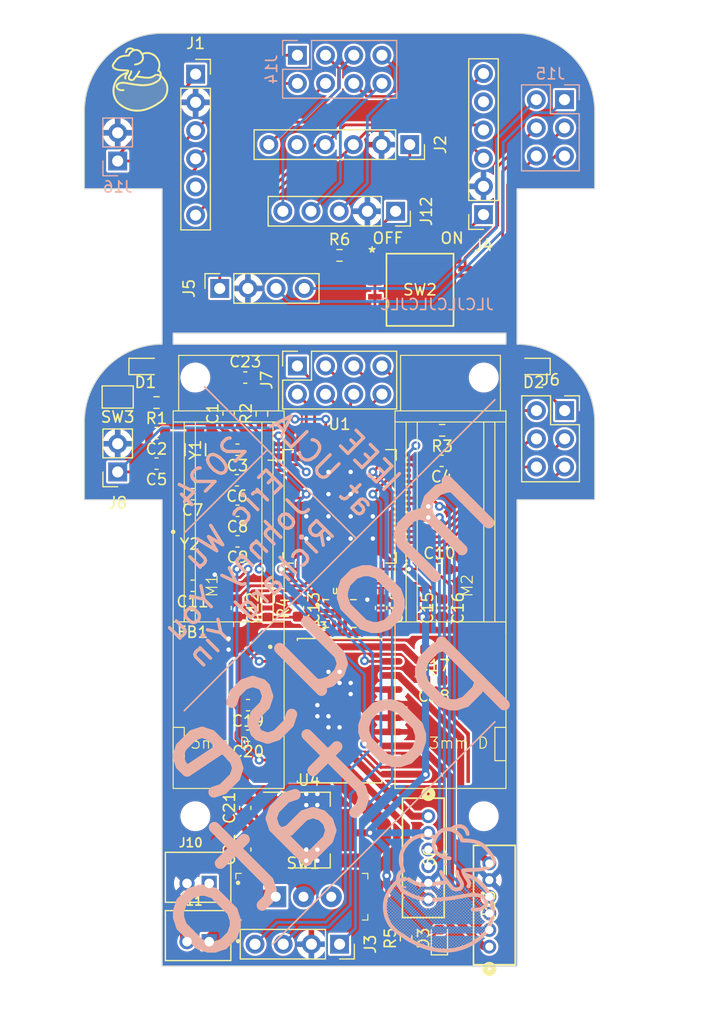
<source format=kicad_pcb>
(kicad_pcb (version 20221018) (generator pcbnew)
  (layers (0 "F.Cu" signal) (31 "B.Cu" signal) (34 "B.Paste" user) (35 "F.Paste" user) (36 "B.SilkS" user "B.Silkscreen") (37 "F.SilkS" user "F.Silkscreen") (38 "B.Mask" user) (39 "F.Mask" user) (44 "Edge.Cuts" user))
  (net 0 "")
  (net 1 "+BATT")
  (net 2 "GND")
  (net 3 "+3.3V")
  (net 4 "GND1")
  (net 5 "OSC_IN")
  (net 6 "OSC_OUT")
  (net 7 "Net-(U1-PC14)")
  (net 8 "Net-(U1-PC15)")
  (net 9 "+3.3VA")
  (net 10 "GNDA")
  (net 11 "Net-(U1-VCAP1)")
  (net 12 "Net-(D1-A)")
  (net 13 "Net-(D2-A)")
  (net 14 "Net-(D3-A)")
  (net 17 "ML2")
  (net 18 "EL2")
  (net 19 "EL1")
  (net 20 "ML1")
  (net 21 "MR2")
  (net 22 "ER2")
  (net 23 "ER1")
  (net 24 "MR1")
  (net 25 "/Breakout Board/+3.3V")
  (net 27 "Net-(J10-Pad1)")
  (net 28 "/Breakout Board/SHDN3")
  (net 29 "/Breakout Board/SCL")
  (net 30 "/Breakout Board/SDA")
  (net 31 "Net-(J11-Pad1)")
  (net 32 "GPIO2")
  (net 33 "/Breakout Board/SHDN1")
  (net 34 "/SDA")
  (net 35 "/SCL")
  (net 36 "/SHDN1")
  (net 37 "/SHDN2")
  (net 38 "/SHDN3")
  (net 39 "/Breakout Board/SHDN2")
  (net 40 "GPIO3")
  (net 41 "/Breakout Board/USART_RX")
  (net 42 "/Breakout Board/USART_TX")
  (net 43 "USART_RX")
  (net 44 "USART_TX")
  (net 45 "SWCLK")
  (net 46 "SWDIO")
  (net 47 "NRST")
  (net 48 "/Breakout Board/GPIO1")
  (net 49 "/Breakout Board/GPIO2")
  (net 50 "/Breakout Board/GPIO3")
  (net 51 "Net-(U1-BOOT0)")
  (net 52 "/LED1")
  (net 53 "/LED2")
  (net 55 "DEBUG4")
  (net 56 "DEBUG3")
  (net 57 "DEBUG2")
  (net 58 "DEBUG1")
  (net 59 "HL1")
  (net 60 "HR1")
  (net 61 "HL2")
  (net 62 "HR2")
  (net 66 "/IMU/SPI_SD0")
  (net 67 "/IMU/SPI_SDI")
  (net 73 "RCC_MCO_2")
  (net 74 "/Breakout Board/DEBUG1")
  (net 76 "GPIO1")
  (net 77 "SPI_CS_BYPASS")
  (net 78 "SPI_SCLK_BYPASS")
  (net 83 "/Breakout Board/DEBUG2")
  (net 84 "/Breakout Board/DEBUG3")
  (net 85 "/Breakout Board/DEBUG4")
  (net 87 "Net-(R6-Pad2)")
  (footprint "Capacitor_SMD:C_0603_1608Metric" (layer "F.Cu") (at 143.25 108.75 -90)
    (fp_text reference "C13")
    (fp_text value "10 nF")
  )
  (footprint "Capacitor_SMD:C_0603_1608Metric" (layer "F.Cu") (at 155.5 112.5 180)
    (fp_text reference "C17")
    (fp_text value "0.1 uF")
  )
  (footprint "Capacitor_SMD:C_0603_1608Metric" (layer "F.Cu") (at 138.5 126.75 90)
    (fp_text reference "C21")
    (fp_text value "22 uF")
  )
  (footprint "Package_TO_SOT_SMD:SOT-223-3_TabPin2" (layer "F.Cu") (at 144.25 128.75)
    (fp_text reference "U4")
    (fp_text value "AZ1117-3.3")
  )
  (footprint "Capacitor_SMD:C_0603_1608Metric" (layer "F.Cu") (at 138.5 88)
    (fp_text reference "C23")
    (fp_text value "0.1 uF")
  )
  (footprint "RH100_25_000_10_F_3030_EXT_TR:XTAL4P_RH100-25.000-10-F-3030-EXT-TR_RAL" (layer "F.Cu") (at 133.5 103)
    (fp_text reference "Y2")
    (fp_text value "25 MHz 10 pF")
  )
  (footprint "Connector_PinSocket_2.54mm:PinSocket_1x04_P2.54mm_Vertical" (layer "F.Cu") (at 147 139.025 -90)
    (fp_text reference "J3")
    (fp_text value "PINHD_1x4_Female")
  )
  (footprint "NetTie:NetTie-2_SMD_Pad0.5mm" (layer "F.Cu") (at 136.25 104.25 45)
    (fp_text reference "NT1" hide)
    (fp_text value "NetTie_2" hide)
  )
  (footprint "Capacitor_SMD:C_0603_1608Metric" (layer "F.Cu") (at 137.8 94.5 180)
    (fp_text reference "C3")
    (fp_text value "4.7 uF")
  )
  (footprint "Resistor_SMD:R_0603_1608Metric" (layer "F.Cu") (at 140 91.25 90)
    (fp_text reference "R2")
    (fp_text value "10k")
  )
  (footprint "custom:MM_Motor_Right" (layer "F.Cu") (at 157 105)
    (fp_text reference "M2")
    (fp_text value "Right")
  )
  (footprint "Capacitor_SMD:C_0603_1608Metric" (layer "F.Cu") (at 138.5 130.5 90)
    (fp_text reference "C22")
    (fp_text value "10 uF")
  )
  (footprint "digikey-footprints:Switch_Slide_11.6x4mm_EG1218" (layer "F.Cu") (at 141.25 134.75)
    (fp_text reference "SW1")
    (fp_text value "EG1218")
  )
  (footprint "Jumper:SolderJumper-2_P1.3mm_Open_Pad1.0x1.5mm" (layer "F.Cu") (at 127 89.75 180)
    (fp_text reference "SW3")
    (fp_text value "Push_Button")
  )
  (footprint "Connector_PinSocket_2.54mm:PinSocket_1x05_P2.54mm_Vertical" (layer "F.Cu") (at 152.05 73.025 -90)
    (fp_text reference "J12")
    (fp_text value "PINHD_1x5_Female")
  )
  (footprint "Capacitor_SMD:C_0603_1608Metric" (layer "F.Cu") (at 138.75 117.5 180)
    (fp_text reference "C19")
    (fp_text value "10 uF")
  )
  (footprint "Capacitor_SMD:C_0603_1608Metric" (layer "F.Cu") (at 156.25 108.75 -90)
    (fp_text reference "C16")
    (fp_text value "4.7 uF")
  )
  (footprint "Capacitor_SMD:C_0603_1608Metric" (layer "F.Cu") (at 133.75 98.5 180)
    (fp_text reference "C7")
    (fp_text value "0.1 uF")
  )
  (footprint "Connector_PinSocket_2.54mm:PinSocket_2x03_P2.54mm_Vertical" (layer "F.Cu") (at 167.29 90.975)
    (fp_text reference "J6")
    (fp_text value "PINHD_1x6_Female")
  )
  (footprint "Capacitor_SMD:C_0603_1608Metric" (layer "F.Cu") (at 137.8 102.75 180)
    (fp_text reference "C9")
    (fp_text value "0.1 uF")
  )
  (footprint "LOGO" (layer "F.Cu") (at 129 62)
    (fp_text reference "G***" hide)
    (fp_text value "LOGO" hide)
  )
  (footprint "Capacitor_SMD:C_0603_1608Metric" (layer "F.Cu") (at 137.75 97.25 180)
    (fp_text reference "C6")
    (fp_text value "18 pF")
  )
  (footprint "B2B_PH_K_S_LF__SN_:JST_B2B-PH-K-S_LF__SN_" (layer "F.Cu") (at 134.25 138.25)
    (fp_text reference "J11")
    (fp_text value "B2B-PH-K-S" hide)
  )
  (footprint "ICM-42688-P:PQFN50P300X250X97-14N" (layer "F.Cu") (at 147 109.25)
    (fp_text reference "U2")
    (fp_text value "ICM-42688-P")
  )
  (footprint "Capacitor_SMD:C_0603_1608Metric" (layer "F.Cu") (at 138.75 120.25 180)
    (fp_text reference "C20")
    (fp_text value "4.7 uF")
  )
  (footprint "custom:MM_Motor_Left" (layer "F.Cu") (at 137 105)
    (fp_text reference "M1")
    (fp_text value "Left")
  )
  (footprint "Capacitor_SMD:C_0603_1608Metric" (layer "F.Cu") (at 137.75 108.75 -90)
    (fp_text reference "C12")
    (fp_text value "0.1 uF")
  )
  (footprint "Capacitor_SMD:C_0603_1608Metric" (layer "F.Cu") (at 156.2 95.5 180)
    (fp_text reference "C4")
    (fp_text value "0.1 uF")
  )
  (footprint "B2B_PH_K_S_LF__SN_:JST_B2B-PH-K-S_LF__SN_" (layer "F.Cu") (at 134.25 133)
    (fp_text reference "J10")
    (fp_text value "B2B-PH-K-S" hide)
  )
  (footprint "Capacitor_SMD:C_0603_1608Metric" (layer "F.Cu") (at 153.5 108.75 -90)
    (fp_text reference "C15")
    (fp_text value "2.2 uF")
  )
  (footprint "Capacitor_SMD:C_0603_1608Metric" (layer "F.Cu") (at 156 105.25)
    (fp_text reference "C10")
    (fp_text value "0.1 uF")
  )
  (footprint "Capacitor_SMD:C_0603_1608Metric" (layer "F.Cu") (at 130.5 95.75 180)
    (fp_text reference "C5")
    (fp_text value "12 pF")
  )
  (footprint "Resistor_SMD:R_0603_1608Metric" (layer "F.Cu") (at 140.5 108.75 -90)
    (fp_text reference "R4")
    (fp_text value "10k")
  )
  (footprint "SC32S_7PF20PPM:XTAL_SC32S-7PF20PPM_EPS" (layer "F.Cu") (at 134 94.5 90)
    (fp_text reference "Y1")
    (fp_text value "32.768 kHz 7 pF")
  )
  (footprint "218-4LPST:218-4LPST" (layer "F.Cu") (at 154.25 80.095)
    (fp_text reference "SW2")
    (fp_text value "SW_DIP_x04")
  )
  (footprint "Capacitor_SMD:C_0603_1608Metric" (layer "F.Cu") (at 155.5 115.25 180)
    (fp_text reference "C18")
    (fp_text value "4.7 uF")
  )
  (footprint "Capacitor_SMD:C_0603_1608Metric" (layer "F.Cu") (at 150.75 108.75 -90)
    (fp_text reference "C14")
    (fp_text value "0.1 uF")
  )
  (footprint "Connector_PinSocket_2.54mm:PinSocket_2x04_P2.54mm_Vertical" (layer "F.Cu") (at 143.2 86.96 90)
    (fp_text reference "J7")
    (fp_text value "PINHD_1x8_Female")
  )
  (footprint "Capacitor_SMD:C_0603_1608Metric" (layer "F.Cu") (at 133.75 106.75 180)
    (fp_text reference "C11")
    (fp_text value "1 uF")
  )
  (footprint "Resistor_SMD:R_0603_1608Metric" (layer "F.Cu") (at 147 77)
    (fp_text reference "R6")
    (fp_text value "10k")
  )
  (footprint "Resistor_SMD:R_0603_1608Metric" (layer "F.Cu") (at 156.25 92.75 180)
    (fp_text reference "R3")
    (fp_text value "100 ohm")
  )
  (footprint "Package_QFP:LQFP-64_10x10mm_P0.5mm" (layer "F.Cu") (at 147 99.6)
    (fp_text reference "U1")
    (fp_text value "STM32F411RETx")
  )
  (footprint "Resistor_SMD:R_0603_1608Metric" (layer "F.Cu") (at 153 138.5 90)
    (fp_text reference "R5")
    (fp_text value "100 ohm")
  )
  (footprint "Connector_PinSocket_2.54mm:PinSocket_1x06_P2.54mm_Vertical" (layer "F.Cu") (at 134.025 60.675)
    (fp_text reference "J1")
    (fp_text value "PINHD_1x6_Female")
  )
  (footprint "LED_SMD:LED_0603_1608Metric" (layer "F.Cu") (at 156 138.5 90)
    (fp_text reference "D3")
    (fp_text value "2V 20mA")
  )
  (footprint "Connector_PinSocket_2.54mm:PinSocket_1x06_P2.54mm_Vertical" (layer "F.Cu") (at 153.325 67.025 -90)
    (fp_text reference "J2")
    (fp_text value "PINHD_1x6_Female")
  )
  (footprint "Capacitor_SMD:C_0603_1608Metric" (layer "F.Cu") (at 130.5 93 180)
    (fp_text reference "C2")
    (fp_text value "12 pF")
  )
  (footprint "Resistor_SMD:R_0603_1608Metric" (layer "F.Cu") (at 130.5 90.25)
    (fp_text reference "R1")
    (fp_text value "100 ohm")
  )
  (footprint "Connector_PinSocket_2.54mm:PinSocket_1x04_P2.54mm_Vertical" (layer "F.Cu") (at 136.2 79.975 90)
    (fp_text reference "J5")
    (fp_text value "PINHD_1x4_Female")
  )
  (footprint "B6B_ZR:CONN_B6B-ZR_JST" (layer "F.Cu") (at 160.5 139.25 90)
    (fp_text reference "J13")
    (fp_text value "B6B-ZR")
  )
  (footprint "LED_SMD:LED_0603_1608Metric" (layer "F.Cu") (at 129.5 87)
    (fp_text reference "D1")
    (fp_text value "2V 20mA")
  )
  (footprint "B6B_ZR:CONN_B6B-ZR_JST" (layer "F.Cu") (at 155 127.5 -90)
    (fp_text reference "J9")
    (fp_text value "B6B-ZR")
  )
  (footprint "Capacitor_SMD:C_0603_1608Metric" (layer "F.Cu") (at 137 91.25 90)
    (fp_text reference "C1")
    (fp_text value "0.1 uF")
  )
  (footprint "Inductor_SMD:L_0603_1608Metric" (layer "F.Cu") (at 133.75 109.5 180)
    (fp_text reference "FB1")
    (fp_text value "120 ohm")
  )
  (footprint "Connector_PinSocket_2.54mm:PinSocket_1x06_P2.54mm_Vertical" (layer "F.Cu") (at 159.975 73.325 180)
    (fp_text reference "J4")
    (fp_text value "PINHD_1x6_Female")
  )
  (footprint "LED_SMD:LED_0603_1608Metric" (layer "F.Cu") (at 164.5 87 180)
    (fp_text reference "D2")
    (fp_text value "2V 20mA")
  )
  (footprint "L293DD:SOIC127P1032X265-20N" (layer "F.Cu") (at 147 118)
    (fp_text reference "U3")
    (fp_text value "L293DD")
  )
  (footprint "Connector_PinSocket_2.54mm:PinSocket_1x02_P2.54mm_Vertical" (layer "F.Cu") (at 127 96.5 180)
    (fp_text reference "J8")
    (fp_text value "PINHD_1x2_Female")
  )
  (footprint "Capacitor_SMD:C_0603_1608Metric" (layer "F.Cu") (at 137.8 100 180)
    (fp_text reference "C8")
    (fp_text value " 18 pF")
  )
  (footprint "LOGO" (layer "B.Cu") (at 156.03905 135.670892 180)
    (fp_text reference "G***" hide)
    (fp_text value "LOGO" hide)
  )
  (footprint "Connector_PinHeader_2.54mm:PinHeader_2x03_P2.54mm_Vertical" (layer "B.Cu") (at 167.275 62.975001 180)
    (fp_text reference "J15")
    (fp_text value "PINHD_1x6_Male")
  )
  (footprint "NetTie:NetTie-2_SMD_Pad0.5mm" (layer "B.Cu") (at 135.5 130.5 45)
    (fp_text reference "NT2" hide)
    (fp_text value "NetTie_2" hide)
  )
  (footprint "Connector_PinHeader_2.54mm:PinHeader_2x04_P2.54mm_Vertical" (layer "B.Cu") (at 143.2 58.975001 -90)
    (fp_text reference "J14")
    (fp_text value "PINHD_1x8_Male")
  )
  (footprint "Connector_PinHeader_2.54mm:PinHeader_1x02_P2.54mm_Vertical" (layer "B.Cu") (at 127 68.5)
    (fp_text reference "J16")
    (fp_text value "PINHD_1x2_Male")
  )
  (gr_line (start 133 118) (end 149 102) (stroke (width 0.15)) (layer "B.SilkS"))
  (gr_line (start 148.5 102.5) (end 134 88) (stroke (width 0.15)) (layer "B.SilkS"))
  (gr_line (start 140.5 94.5) (end 133 102) (stroke (width 0.15)) (layer "B.SilkS"))
  (gr_line (start 148 103) (end 161 90) (stroke (width 0.15)) (layer "B.SilkS"))
  (gr_line (start 161 119) (end 141 139) (stroke (width 0.15)) (layer "B.SilkS"))
  (gr_arc (start 163.000001 57.000001) (mid 167.949748 59.050254) (end 170.000001 64.000001) (stroke (width 0.1)) (layer "Edge.Cuts"))
  (gr_line (start 130.999999 56.999999) (end 163.000001 57.000001) (stroke (width 0.1)) (layer "Edge.Cuts"))
  (gr_line (start 124 71.000001) (end 123.999999 63.999999) (stroke (width 0.1)) (layer "Edge.Cuts"))
  (gr_line (start 132 84) (end 132 84.999998) (stroke (width 0.1)) (layer "Edge.Cuts"))
  (gr_line (start 162 84) (end 132 84) (stroke (width 0.1)) (layer "Edge.Cuts"))
  (gr_arc (start 123.999998 91.999998) (mid 126.050251 87.050251) (end 130.999998 84.999998) (stroke (width 0.1)) (layer "Edge.Cuts"))
  (gr_line (start 163 85) (end 163 71.000001) (stroke (width 0.1)) (layer "Edge.Cuts"))
  (gr_line (start 124 99) (end 131 99) (stroke (width 0.1)) (layer "Edge.Cuts"))
  (gr_line (start 124 71.000001) (end 131 71.000001) (stroke (width 0.1)) (layer "Edge.Cuts"))
  (gr_line (start 131 141) (end 163 141) (stroke (width 0.1)) (layer "Edge.Cuts"))
  (gr_line (start 162 84) (end 162 85) (stroke (width 0.1)) (layer "Edge.Cuts"))
  (gr_line (start 131 141) (end 131 99) (stroke (width 0.1)) (layer "Edge.Cuts"))
  (gr_line (start 170 99) (end 170 92) (stroke (width 0.1)) (layer "Edge.Cuts"))
  (gr_line (start 170 71.000001) (end 170.000001 64.000001) (stroke (width 0.1)) (layer "Edge.Cuts"))
  (gr_line (start 131 71.000001) (end 130.999998 84.999998) (stroke (width 0.1)) (layer "Edge.Cuts"))
  (gr_line (start 170 99) (end 163 99) (stroke (width 0.1)) (layer "Edge.Cuts"))
  (gr_line (start 163 99) (end 163 141) (stroke (width 0.1)) (layer "Edge.Cuts"))
  (gr_line (start 124 99) (end 123.999998 91.999998) (stroke (width 0.1)) (layer "Edge.Cuts"))
  (gr_arc (start 163 85) (mid 167.949747 87.050253) (end 170 92) (stroke (width 0.1)) (layer "Edge.Cuts"))
  (gr_line (start 170 71.000001) (end 163 71.000001) (stroke (width 0.1)) (layer "Edge.Cuts"))
  (gr_arc (start 123.999999 63.999999) (mid 126.050252 59.050252) (end 130.999999 56.999999) (stroke (width 0.1)) (layer "Edge.Cuts"))
  (gr_line (start 132 84.999998) (end 162 85) (stroke (width 0.1)) (layer "Edge.Cuts"))
  (gr_text "2024" (at 139 94.5 45) (layer "B.SilkS") (effects (font (size 2 2) (thickness 0.3)) (justify left bottom mirror)))
  (gr_text " 🐭" (at 154 135) (layer "B.SilkS") (effects (font (size 1 1)) (justify left bottom mirror)))
  (gr_text "potato" (at 162.5 114.5 45) (layer "B.SilkS") (effects (font (size 8 8) (thickness 1)) (justify left bottom mirror)))
  (gr_text "JLCJLCJLCJLC" (at 161 82) (layer "B.SilkS") (effects (font (size 1 1)) (justify left bottom mirror)))
  (gr_text "mouse" (at 163 100 45) (layer "B.SilkS") (effects (font (size 8 8) (thickness 1)) (justify left bottom mirror)))
  (gr_text "🐁" (at 157 132) (layer "B.SilkS") (effects (font (size 1 1)) (justify left bottom mirror)))
  (gr_text "IEEE\nat UCLA" (at 149 101 315) (layer "B.SilkS") (effects (font (size 2 2) (thickness 0.3)) (justify left bottom mirror)))
  (gr_text "Eric Wu\nJohnny You\nRichard Yin" (at 147 102 45) (layer "B.SilkS") (effects (font (size 2 2) (thickness 0.3)) (justify left bottom mirror)))
  (segment (start 143.75 133.7) (end 143.75 134.75) (width 1.27) (layer "F.Cu") (net 1))
  (segment (start 140.0325 111.4675) (end 143.408622 111.4675) (width 0.635) (layer "F.Cu") (net 1))
  (segment (start 156.275 112.5) (end 155.2825 113.4925) (width 0.635) (layer "F.Cu") (net 1))
  (segment (start 152.785 112.285) (end 151.655 112.285) (width 0.635) (layer "F.Cu") (net 1))
  (segment (start 156.275 112.5) (end 156.275 115.25) (width 0.635) (layer "F.Cu") (net 1))
  (segment (start 141.1 131.05) (end 143.75 133.7) (width 1.27) (layer "F.Cu") (net 1))
  (segment (start 138 122.441554) (end 138 113.5) (width 0.635) (layer "F.Cu") (net 1))
  (segment (start 153.9925 113.4925) (end 152.785 112.285) (width 0.635) (layer "F.Cu") (net 1))
  (segment (start 142.345 123.715) (end 139.273446 123.715) (width 0.635) (layer "F.Cu") (net 1))
  (segment (start 144.191122 112.25) (end 151.62 112.25) (width 0.635) (layer "F.Cu") (net 1))
  (segment (start 146.990628 131.485) (end 149.293216 131.485) (width 1.27) (layer "F.Cu") (net 1))
  (segment (start 143.75 134.75) (end 143.75 134.725628) (width 1.27) (layer "F.Cu") (net 1))
  (segment (start 139.273446 123.715) (end 138 122.441554) (width 0.635) (layer "F.Cu") (net 1))
  (segment (start 149.293216 131.485) (end 151 129.778216) (width 1.27) (layer "F.Cu") (net 1))
  (segment (start 138.5 131.275) (end 140.875 131.275) (width 0.254) (layer "F.Cu") (net 1))
  (segment (start 146.45 123.715) (end 142.345 123.715) (width 1.27) (layer "F.Cu") (net 1))
  (segment (start 155.2825 113.4925) (end 153.9925 113.4925) (width 0.635) (layer "F.Cu") (net 1))
  (segment (start 151 128.265) (end 146.45 123.715) (width 1.27) (layer "F.Cu") (net 1))
  (segment (start 143.75 134.725628) (end 146.990628 131.485) (width 1.27) (layer "F.Cu") (net 1))
  (segment (start 143.408622 111.4675) (end 144.191122 112.25) (width 0.635) (layer "F.Cu") (net 1))
  (segment (start 138 113.5) (end 140.0325 111.4675) (width 0.635) (layer "F.Cu") (net 1))
  (segment (start 151.62 112.25) (end 151.655 112.285) (width 0.635) (layer "F.Cu") (net 1))
  (segment (start 151 129.778216) (end 151 128.265) (width 1.27) (layer "F.Cu") (net 1))
  (segment (start 147.5 110.165) (end 147.5 109.25296) (width 0.25) (layer "F.Cu") (net 2))
  (segment (start 145.835 109) (end 145.835 109.5) (width 0.25) (layer "F.Cu") (net 2))
  (segment (start 135.75 104.75) (end 135.896447 104.603553) (width 0.25) (layer "F.Cu") (net 2))
  (segment (start 132.6999 103.9525) (end 134.3001 102.3523) (width 0.25) (layer "F.Cu") (net 2))
  (segment (start 135.75 105.75) (end 135.75 104.75) (width 0.25) (layer "F.Cu") (net 2))
  (segment (start 147.75296 109) (end 148.165 109) (width 0.25) (layer "F.Cu") (net 2))
  (segment (start 147 110.165) (end 147 109.75296) (width 0.25) (layer "F.Cu") (net 2))
  (segment (start 145.835 109) (end 148.165 109) (width 0.25) (layer "F.Cu") (net 2))
  (segment (start 147 109.75296) (end 146.74704 109.5) (width 0.25) (layer "F.Cu") (net 2))
  (segment (start 148.165 109) (end 148.165 108.5) (width 0.25) (layer "F.Cu") (net 2))
  (segment (start 146.74704 109.5) (end 145.835 109.5) (width 0.25) (layer "F.Cu") (net 2))
  (segment (start 147.5 109.25296) (end 147.75296 109) (width 0.25) (layer "F.Cu") (net 2))
  (segment (start 147 110.165) (end 147.5 110.165) (width 0.25) (layer "F.Cu") (net 2))
  (via (at 145 130.5) (size 0.8) (drill 0.4) (layers "F.Cu" "B.Cu") (net 2))
  (via (at 144 130.5) (size 0.8) (drill 0.4) (layers "F.Cu" "B.Cu") (net 2))
  (via (at 145 131.5) (size 0.8) (drill 0.4) (layers "F.Cu" "B.Cu") (net 2))
  (via (at 146 102.5) (size 0.8) (drill 0.4) (layers "F.Cu" "B.Cu") (net 2))
  (via (at 135.75 105.75) (size 0.8) (drill 0.4) (layers "F.Cu" "B.Cu") (net 2))
  (via (at 144 100.5) (size 0.8) (drill 0.4) (layers "F.Cu" "B.Cu") (net 2))
  (via (at 146 100.5) (size 0.8) (drill 0.4) (layers "F.Cu" "B.Cu") (net 2))
  (via (at 146 98.5) (size 0.8) (drill 0.4) (layers "F.Cu" "B.Cu") (net 2))
  (via (at 148 102.5) (size 0.8) (drill 0.4) (layers "F.Cu" "B.Cu") (net 2))
  (via (at 148 100.5) (size 0.8) (drill 0.4) (layers "F.Cu" "B.Cu") (net 2))
  (via (at 145 126.5) (size 0.8) (drill 0.4) (layers "F.Cu" "B.Cu") (net 2))
  (via (at 144 131.5) (size 0.8) (drill 0.4) (layers "F.Cu" "B.Cu") (net 2))
  (via (at 145 125.5) (size 0.8) (drill 0.4) (layers "F.Cu" "B.Cu") (net 2))
  (via (at 149.5 108) (size 0.8) (drill 0.4) (layers "F.Cu" "B.Cu") (net 2))
  (via (at 148 96.5) (size 0.8) (drill 0.4) (layers "F.Cu" "B.Cu") (net 2))
  (via (at 137 111.5) (size 0.8) (drill 0.4) (layers "F.Cu" "B.Cu") (net 2))
  (via (at 144 102.5) (size 0.8) (drill 0.4) (layers "F.Cu" "B.Cu") (net 2))
  (via (at 150 102.5) (size 0.8) (drill 0.4) (layers "F.Cu" "B.Cu") (net 2))
  (via (at 137 112.5) (size 0.8) (drill 0.4) (layers "F.Cu" "B.Cu") (net 2))
  (via (at 150 100.5) (size 0.8) (drill 0.4) (layers "F.Cu" "B.Cu") (net 2))
  (via (at 148 98.5) (size 0.8) (drill 0.4) (layers "F.Cu" "B.Cu") (net 2))
  (via (at 146 96.5) (size 0.8) (drill 0.4) (layers "F.Cu" "B.Cu") (net 2))
  (via (at 144 125.5) (size 0.8) (drill 0.4) (layers "F.Cu" "B.Cu") (net 2))
  (via (at 144 126.5) (size 0.8) (drill 0.4) (layers "F.Cu" "B.Cu") (net 2))
  (segment (start 134.792893 131.207107) (end 133.25 132.75) (width 1.27) (layer "B.Cu") (net 2))
  (segment (start 133.25 132.75) (end 133.25 133.55) (width 1.27) (layer "B.Cu") (net 2))
  (segment (start 135.5 113) (end 136 112.5) (width 0.635) (layer "F.Cu") (net 3))
  (segment (start 138.575 93.825) (end 138.575 94.5) (width 0.25) (layer "F.Cu") (net 3))
  (segment (start 142.683886 112.285) (end 148.75 118.351114) (width 0.25) (layer "F.Cu") (net 3))
  (segment (start 132.975 106.75) (end 131.8 105.575) (width 0.25) (layer "F.Cu") (net 3))
  (segment (start 149.75 129) (end 147.65 129) (width 0.635) (layer "F.Cu") (net 3))
  (segment (start 131.8 101.25) (end 131.8 101) (width 0.25) (layer "F.Cu") (net 3))
  (segment (start 143.767764 106.75) (end 138.975 106.75) (width 0.25) (layer "F.Cu") (net 3))
  (segment (start 144 96.5) (end 143.35 95.85) (width 0.25) (layer "F.Cu") (net 3))
  (segment (start 140.5 109.575) (end 143.2 109.575) (width 0.25) (layer "F.Cu") (net 3))
  (segment (start 144.225 110.5) (end 143.25 109.525) (width 0.25) (layer "F.Cu") (net 3))
  (segment (start 131.8 105.575) (end 131.8 101.25) (width 0.25) (layer "F.Cu") (net 3))
  (segment (start 144.25 105.275) (end 144.25 106.267764) (width 0.25) (layer "F.Cu") (net 3))
  (segment (start 148.75 120.474695) (end 148.525 120.699695) (width 0.25) (layer "F.Cu") (net 3))
  (segment (start 148.525 121.55749) (end 150.68251 123.715) (width 0.25) (layer "F.Cu") (net 3))
  (segment (start 146.5 110.165) (end 146.5 110.46) (width 0.25) (layer "F.Cu") (net 3))
  (segment (start 153.520592 95.85) (end 152.675 95.85) (width 0.254) (layer "F.Cu") (net 3))
  (segment (start 138.5 127.525) (end 139.725 128.75) (width 0.635) (layer "F.Cu") (net 3))
  (segment (start 151.25 135.925) (end 153 137.675) (width 0.254) (layer "F.Cu") (net 3))
  (segment (start 138.5 127.525) (end 135.5 124.525) (width 0.635) (layer "F.Cu") (net 3))
  (segment (start 153.972592 96.302) (end 153.520592 95.85) (width 0.254) (layer "F.Cu") (net 3))
  (segment (start 139.975 94.5) (end 141.325 95.85) (width 0.25) (layer "F.Cu") (net 3))
  (segment (start 154.5 109.525) (end 153.5 109.525) (width 0.635) (layer "F.Cu") (net 3))
  (segment (start 138.575 94.5) (end 142.675 94.5) (width 0.25) (layer "F.Cu") (net 3))
  (segment (start 142.675 94.5) (end 143.25 93.925) (width 0.25) (layer "F.Cu") (net 3))
  (segment (start 152.675 95.3375) (end 153.88125 94.13125) (width 0.254) (layer "F.Cu") (net 3))
  (segment (start 131.8 99.623223) (end 128.676777 96.5) (width 0.25) (layer "F.Cu") (net 3))
  (segment (start 132.9625 110.4625) (end 132.9625 109.5) (width 0.635) (layer "F.Cu") (net 3))
  (segment (start 143.35 95.85) (end 141.325 95.85) (width 0.25) (layer "F.Cu") (net 3))
  (segment (start 140.5 109.575) (end 139.35 109.575) (width 0.25) (layer "F.Cu") (net 3))
  (segment (start 156.173 96.302) (end 153.972592 96.302) (width 0.254) (layer "F.Cu") (net 3))
  (segment (start 150.75 109.525) (end 150.275 110) (width 0.25) (layer "F.Cu") (net 3))
  (segment (start 151.25 132.861921) (end 151.25 135.925) (width 0.254) (layer "F.Cu") (net 3))
  (segment (start 146.5 110.46) (end 146.46 110.5) (width 0.25) (layer "F.Cu") (net 3))
  (segment (start 150.275 110) (end 148.165 110) (width 0.25) (layer "F.Cu") (net 3))
  (segment (start 138.975 106.75) (end 137.75 107.975) (width 0.25) (layer "F.Cu") (net 3))
  (segment (start 128.676777 96.5) (end 127 96.5) (width 0.25) (layer "F.Cu") (net 3))
  (segment (start 131.8 101) (end 134.3 98.5) (width 0.25) (layer "F.Cu") (net 3))
  (segment (start 148.525 120.699695) (end 148.525 121.55749) (width 0.25) (layer "F.Cu") (net 3))
  (segment (start 154.715 123.715) (end 154.75 123.75) (width 0.635) (layer "F.Cu") (net 3))
  (segment (start 137 92.25) (end 138.575 93.825) (width 0.25) (layer "F.Cu") (net 3))
  (segment (start 135.5 113) (end 132.9625 110.4625) (width 0.635) (layer "F.Cu") (net 3))
  (segment (start 131.8 101.25) (end 131.8 99.623223) (width 0.25) (layer "F.Cu") (net 3))
  (segment (start 139.725 128.75) (end 141.1 128.75) (width 0.635) (layer "F.Cu") (net 3))
  (segment (start 151.655 123.715) (end 154.715 123.715) (width 0.635) (layer "F.Cu") (net 3))
  (segment (start 138.575 94.5) (end 139.975 94.5) (width 0.25) (layer "F.Cu") (net 3))
  (segment (start 135.5 124.525) (end 135.5 113) (width 0.635) (layer "F.Cu") (net 3))
  (segment (start 139.35 109.575) (end 137.75 107.975) (width 0.25) (layer "F.Cu") (net 3))
  (segment (start 150.68251 123.715) (end 151.655 123.715) (width 0.25) (layer "F.Cu") (net 3))
  (segment (start 136 112.5) (end 136 109.725) (width 0.635) (layer "F.Cu") (net 3))
  (segment (start 153.5 109.525) (end 150.75 109.525) (width 0.25) (layer "F.Cu") (net 3))
  (segment (start 148.75 118.351114) (end 148.75 120.474695) (width 0.25) (layer "F.Cu") (net 3))
  (segment (start 141.1 128.75) (end 147.4 128.75) (width 1.27) (layer "F.Cu") (net 3))
  (segment (start 144.25 106.267764) (end 143.767764 106.75) (width 0.25) (layer "F.Cu") (net 3))
  (segment (start 153.25 105.25) (end 150.775 105.25) (width 0.25) (layer "F.Cu") (net 3))
  (segment (start 136 109.725) (end 137.75 107.975) (width 0.635) (layer "F.Cu") (net 3))
  (segment (start 132.9625 109.5) (end 132.9625 106.7625) (width 0.635) (layer "F.Cu") (net 3))
  (segment (start 146.46 110.5) (end 144.225 110.5) (width 0.25) (layer "F.Cu") (net 3))
  (segment (start 156.975 95.5) (end 156.173 96.302) (width 0.254) (layer "F.Cu") (net 3))
  (segment (start 155.225 105.25) (end 153.25 105.25) (width 0.25) (layer "F.Cu") (net 3))
  (segment (start 152.675 95.85) (end 152.675 95.3375) (width 0.254) (layer "F.Cu") (net 3))
  (via (at 154.5 109.525) (size 0.8) (drill 0.4) (layers "F.Cu" "B.Cu") (net 3))
  (via (at 151.25 132.861921) (size 0.8) (drill 0.4) (layers "F.Cu" "B.Cu") (net 3))
  (via (at 153.25 105.25) (size 0.8) (drill 0.4) (layers "F.Cu" "B.Cu") (net 3))
  (via (at 154.75 123.75) (size 0.8) (drill 0.4) (layers "F.Cu" "B.Cu") (net 3))
  (via (at 149.75 129) (size 0.8) (drill 0.4) (layers "F.Cu" "B.Cu") (net 3))
  (via (at 144 96.5) (size 0.8) (drill 0.4) (layers "F.Cu" "B.Cu") (net 3))
  (via (at 153.88125 94.13125) (size 0.8) (drill 0.4) (layers "F.Cu" "B.Cu") (net 3))
  (segment (start 130.975 92.525) (end 142.025 92.525) (width 0.25) (layer "B.Cu") (net 3))
  (segment (start 151.25 130.5) (end 151.25 132.861921) (width 0.635) (layer "B.Cu") (net 3))
  (segment (start 151.25 133.75) (end 155.25 137.75) (width 0.635) (layer "B.Cu") (net 3))
  (segment (start 149.75 129) (end 155 129) (width 0.635) (layer "B.Cu") (net 3))
  (segment (start 155.25 137.75) (end 160.5 137.75) (width 0.635) (layer "B.Cu") (net 3))
  (segment (start 151.25 130.5) (end 151.047187 130.297187) (width 0.254) (layer "B.Cu") (net 3))
  (segment (start 154.75 109.775) (end 154.5 109.525) (width 0.635) (layer "B.Cu") (net 3))
  (segment (start 142.025 92.525) (end 143 93.5) (width 0.25) (layer "B.Cu") (net 3))
  (segment (start 149.75 128.75) (end 154.75 123.75) (width 0.635) (layer "B.Cu") (net 3))
  (segment (start 143.487348 95.987348) (end 144 96.5) (width 0.25) (layer "B.Cu") (net 3))
  (segment (start 149.75 129) (end 149.75 128.75) (width 0.635) (layer "B.Cu") (net 3))
  (segment (start 127 96.5) (end 130.975 92.525) (width 0.25) (layer "B.Cu") (net 3))
  (segment (start 153.25 94.7625) (end 153.88125 94.13125) (width 0.25) (layer "B.Cu") (net 3))
  (segment (start 149.75 129) (end 151.25 130.5) (width 0.635) (layer "B.Cu") (net 3))
  (segment (start 143 93.5) (end 143 95.5) (width 0.25) (layer "B.Cu") (net 3))
  (segment (start 154.75 123.75) (end 154.75 111) (width 0.635) (layer "B.Cu") (net 3))
  (segment (start 153.25 105.25) (end 154.75 106.75) (width 0.635) (layer "B.Cu") (net 3))
  (segment (start 153.25 105.25) (end 153.25 94.7625) (width 0.25) (layer "B.Cu") (net 3))
  (segment (start 143 95.5) (end 143.487348 95.987348) (width 0.25) (layer "B.Cu") (net 3))
  (segment (start 151.25 132.861921) (end 151.25 133.75) (width 0.635) (layer "B.Cu") (net 3))
  (segment (start 154.75 111) (end 154.75 109.775) (width 0.635) (layer "B.Cu") (net 3))
  (segment (start 154.75 106.75) (end 154.75 111) (width 0.635) (layer "B.Cu") (net 3))
  (segment (start 151.655 116.095) (end 151.655 119.905) (width 0.635) (layer "F.Cu") (net 4))
  (segment (start 142.345 116.095) (end 142.345 119.905) (width 0.635) (layer "F.Cu") (net 4))
  (via (at 146 118.5) (size 0.8) (drill 0.4) (layers "F.Cu" "B.Cu") (net 4))
  (via (at 148 116.5) (size 0.8) (drill 0.4) (layers "F.Cu" "B.Cu") (net 4))
  (via (at 148 115.5) (size 0.8) (drill 0.4) (layers "F.Cu" "B.Cu") (net 4))
  (via (at 147 115.5) (size 0.8) (drill 0.4) (layers "F.Cu" "B.Cu") (net 4))
  (via (at 147 114.5) (size 0.8) (drill 0.4) (layers "F.Cu" "B.Cu") (net 4))
  (via (at 147 119.5) (size 0.8) (drill 0.4) (layers "F.Cu" "B.Cu") (net 4))
  (via (at 145 118.5) (size 0.8) (drill 0.4) (layers "F.Cu" "B.Cu") (net 4))
  (via (at 146 114.5) (size 0.8) (drill 0.4) (layers "F.Cu" "B.Cu") (net 4))
  (via (at 146 119.5) (size 0.8) (drill 0.4) (layers "F.Cu" "B.Cu") (net 4))
  (via (at 145 117.5) (size 0.8) (drill 0.4) (layers "F.Cu" "B.Cu") (net 4))
  (segment (start 145 118.5) (end 146 118.5) (width 1.27) (layer "B.Cu") (net 4))
  (segment (start 146 119.5) (end 145 118.5) (width 1.27) (layer "B.Cu") (net 4))
  (segment (start 146 120) (end 146 119.5) (width 1.27) (layer "B.Cu") (net 4))
  (segment (start 136.207107 129.792893) (end 146 120) (width 1.27) (layer "B.Cu") (net 4))
  (segment (start 138.525 97.25) (end 137.725 98.05) (width 0.25) (layer "F.Cu") (net 5))
  (segment (start 139.25 97.85) (end 137.925 97.85) (width 0.25) (layer "F.Cu") (net 5))
  (segment (start 141.325 97.85) (end 139.25 97.85) (width 0.25) (layer "F.Cu") (net 5))
  (segment (start 139.125 97.85) (end 138.525 97.25) (width 0.25) (layer "F.Cu") (net 5))
  (segment (start 139.25 97.85) (end 139.125 97.85) (width 0.25) (layer "F.Cu") (net 5))
  (segment (start 137.925 97.85) (end 137.725 98.05) (width 0.25) (layer "F.Cu") (net 5))
  (segment (start 137.725 98.05) (end 136.342026 98.05) (width 0.25) (layer "F.Cu") (net 5))
  (segment (start 136.342026 98.05) (end 132.807874 101.584152) (width 0.25) (layer "F.Cu") (net 5))
  (segment (start 139.32375 99.08125) (end 139.33125 99.08125) (width 0.25) (layer "F.Cu") (net 6))
  (segment (start 139.33125 99.08125) (end 138.575 99.8375) (width 0.25) (layer "F.Cu") (net 6))
  (segment (start 138.405 100) (end 137.9525 100.4525) (width 0.25) (layer "F.Cu") (net 6))
  (segment (start 137.9525 100.4525) (end 134.3001 104.1049) (width 0.25) (layer "F.Cu") (net 6))
  (segment (start 140.0625 98.35) (end 139.33125 99.08125) (width 0.25) (layer "F.Cu") (net 6))
  (segment (start 141.325 98.35) (end 140.0625 98.35) (width 0.25) (layer "F.Cu") (net 6))
  (segment (start 137.9525 100.4525) (end 139.32375 99.08125) (width 0.25) (layer "F.Cu") (net 6))
  (segment (start 140.19584 96.85) (end 139.29584 95.95) (width 0.25) (layer "F.Cu") (net 7))
  (segment (start 131.275 93) (end 133.9224 93) (width 0.25) (layer "F.Cu") (net 7))
  (segment (start 135.27513 93.27513) (end 134.541078 93.27513) (width 0.25) (layer "F.Cu") (net 7))
  (segment (start 135.5 95) (end 135.5 93.5) (width 0.25) (layer "F.Cu") (net 7))
  (segment (start 139.29584 95.95) (end 136.45 95.95) (width 0.25) (layer "F.Cu") (net 7))
  (segment (start 135.5 93.5) (end 135.27513 93.27513) (width 0.25) (layer "F.Cu") (net 7))
  (segment (start 136.45 95.95) (end 135.5 95) (width 0.25) (layer "F.Cu") (net 7))
  (segment (start 141.325 96.85) (end 140.19584 96.85) (width 0.25) (layer "F.Cu") (net 7))
  (segment (start 134.4776 96.4) (end 139.109444 96.4) (width 0.25) (layer "F.Cu") (net 8))
  (segment (start 134 95.9224) (end 134.4776 96.4) (width 0.25) (layer "F.Cu") (net 8))
  (segment (start 139.109444 96.4) (end 140.059444 97.35) (width 0.25) (layer "F.Cu") (net 8))
  (segment (start 140.059444 97.35) (end 141.325 97.35) (width 0.25) (layer "F.Cu") (net 8))
  (segment (start 131.275 95.75) (end 133.8276 95.75) (width 0.25) (layer "F.Cu") (net 8))
  (segment (start 139.475 101.85) (end 141.325 101.85) (width 0.25) (layer "F.Cu") (net 9))
  (segment (start 134.5375 109.4625) (end 136.5 107.5) (width 0.25) (layer "F.Cu") (net 9))
  (segment (start 136.5 104.74375) (end 138.49375 102.75) (width 0.25) (layer "F.Cu") (net 9))
  (segment (start 136.5 107.5) (end 136.5 104.74375) (width 0.25) (layer "F.Cu") (net 9))
  (segment (start 138.575 102.75) (end 139.475 101.85) (width 0.25) (layer "F.Cu") (net 9))
  (segment (start 138.65 101.35) (end 141.325 101.35) (width 0.25) (layer "F.Cu") (net 10))
  (segment (start 137.25 102.75) (end 138.65 101.35) (width 0.25) (layer "F.Cu") (net 10))
  (segment (start 137.025 102.75) (end 137.025 103.475) (width 0.25) (layer "F.Cu") (net 10))
  (segment (start 137.025 103.475) (end 136.603553 103.896447) (width 0.25) (layer "F.Cu") (net 10))
  (segment (start 150.157236 106.525) (end 149.75 106.117764) (width 0.25) (layer "F.Cu") (net 11))
  (segment (start 154.8 106.525) (end 150.157236 106.525) (width 0.25) (layer "F.Cu") (net 11))
  (segment (start 149.75 106.117764) (end 149.75 105.275) (width 0.25) (layer "F.Cu") (net 11))
  (segment (start 156.25 107.975) (end 154.8 106.525) (width 0.25) (layer "F.Cu") (net 11))
  (segment (start 130 87.2875) (end 130 89.7156) (width 0.25) (layer "F.Cu") (net 12))
  (segment (start 129.95 89.975) (end 129.675 90.25) (width 0.25) (layer "F.Cu") (net 12))
  (segment (start 129.95 89.7656) (end 129.95 89.975) (width 0.25) (layer "F.Cu") (net 12))
  (segment (start 130.2875 87) (end 130 87.2875) (width 0.25) (layer "F.Cu") (net 12))
  (segment (start 130 89.7156) (end 129.95 89.7656) (width 0.25) (layer "F.Cu") (net 12))
  (segment (start 157.075 92.75) (end 157.9625 92.75) (width 0.25) (layer "F.Cu") (net 13))
  (segment (start 157.9625 92.75) (end 163.7125 87) (width 0.25) (layer "F.Cu") (net 13))
  (segment (start 153 139.325) (end 154.3875 139.325) (width 0.254) (layer "F.Cu") (net 14))
  (segment (start 154.3875 139.325) (end 156 137.7125) (width 0.254) (layer "F.Cu") (net 14))
  (segment (start 143.8875 115.756378) (end 145.246632 115.756378) (width 0.635) (layer "F.Cu") (net 17))
  (segment (start 153.558878 127.5) (end 155 127.5) (width 0.635) (layer "F.Cu") (net 17))
  (segment (start 148.1075 118.617246) (end 148.1075 120.208563) (width 0.635) (layer "F.Cu") (net 17))
  (segment (start 147.8825 121.823622) (end 153.558878 127.5) (width 0.635) (layer "F.Cu") (net 17))
  (segment (start 142.956122 114.825) (end 143.8875 115.756378) (width 0.635) (layer "F.Cu") (net 17))
  (segment (start 142.345 114.825) (end 142.956122 114.825) (width 0.635) (layer "F.Cu") (net 17))
  (segment (start 147.8825 120.433563) (end 147.8825 121.823622) (width 0.635) (layer "F.Cu") (net 17))
  (segment (start 145.246632 115.756378) (end 148.1075 118.617246) (width 0.635) (layer "F.Cu") (net 17))
  (segment (start 148.1075 120.208563) (end 147.8825 120.433563) (width 0.635) (layer "F.Cu") (net 17))
  (segment (start 155.000622 100.599502) (end 154.750124 100.85) (width 0.25) (layer "F.Cu") (net 18))
  (segment (start 154.750124 100.85) (end 152.675 100.85) (width 0.25) (layer "F.Cu") (net 18))
  (via (at 155.000622 100.599502) (size 0.8) (drill 0.4) (layers "F.Cu" "B.Cu") (net 18))
  (segment (start 156 129.499999) (end 155 130.499999) (width 0.25) (layer "B.Cu") (net 18))
  (segment (start 155.000622 100.775927) (end 156 101.775305) (width 0.25) (layer "B.Cu") (net 18))
  (segment (start 156 101.775305) (end 156 129.499999) (width 0.25) (layer "B.Cu") (net 18))
  (segment (start 155.000622 100.599502) (end 155.000622 100.775927) (width 0.25) (layer "B.Cu") (net 18))
  (segment (start 152.675 101.35) (end 155.275429 101.35) (width 0.25) (layer "F.Cu") (net 19))
  (segment (start 156 100.625429) (end 156 100.599503) (width 0.25) (layer "F.Cu") (net 19))
  (segment (start 155.275429 101.35) (end 156 100.625429) (width 0.25) (layer "F.Cu") (net 19))
  (via (at 156 100.599503) (size 0.8) (drill 0.4) (layers "F.Cu" "B.Cu") (net 19))
  (segment (start 156.45 101.049503) (end 156.45 130.550001) (width 0.25) (layer "B.Cu") (net 19))
  (segment (start 156.45 130.550001) (end 155 132.000001) (width 0.25) (layer "B.Cu") (net 19))
  (segment (start 156 100.599503) (end 156.45 101.049503) (width 0.25) (layer "B.Cu") (net 19))
  (segment (start 153.0252 133.137122) (end 153.0252 128.428134) (width 0.635) (layer "F.Cu") (net 20))
  (segment (start 154.888078 135) (end 153.0252 133.137122) (width 0.635) (layer "F.Cu") (net 20))
  (segment (start 153.0252 128.428134) (end 145.772066 121.175) (width 0.635) (layer "F.Cu") (net 20))
  (segment (start 145.772066 121.175) (end 142.345 121.175) (width 0.635) (layer "F.Cu") (net 20))
  (segment (start 157 123.952459) (end 157 136.25) (width 0.635) (layer "F.Cu") (net 21))
  (segment (start 151.655 121.175) (end 154.222541 121.175) (width 0.635) (layer "F.Cu") (net 21))
  (segment (start 160 139.25) (end 160.5 139.25) (width 0.635) (layer "F.Cu") (net 21))
  (segment (start 157 136.25) (end 160 139.25) (width 0.635) (layer "F.Cu") (net 21))
  (segment (start 154.222541 121.175) (end 157 123.952459) (width 0.635) (layer "F.Cu") (net 21))
  (segment (start 152.675 98.85) (end 155.275305 98.85) (width 0.25) (layer "F.Cu") (net 22))
  (segment (start 155.275305 98.85) (end 156 99.574695) (width 0.25) (layer "F.Cu") (net 22))
  (via (at 156 99.6) (size 0.8) (drill 0.4) (layers "F.Cu" "B.Cu") (net 22))
  (segment (start 156 99.6) (end 156.409414 99.6) (width 0.25) (layer "B.Cu") (net 22))
  (segment (start 156.409414 99.6) (end 156.9 100.090586) (width 0.25) (layer "B.Cu") (net 22))
  (segment (start 156.9 132.650001) (end 160.5 136.250001) (width 0.25) (layer "B.Cu") (net 22))
  (segment (start 156.9 100.090586) (end 156.9 132.650001) (width 0.25) (layer "B.Cu") (net 22))
  (segment (start 154.75 99.35) (end 155 99.6) (width 0.25) (layer "F.Cu") (net 23))
  (segment (start 152.675 99.35) (end 154.75 99.35) (width 0.25) (layer "F.Cu") (net 23))
  (segment (start 155 99.6) (end 154.85 99.6) (width 0.25) (layer "F.Cu") (net 23))
  (segment (start 154.85 99.6) (end 154.75 99.5) (width 0.25) (layer "F.Cu") (net 23))
  (via (at 155 99.6) (size 0.8) (drill 0.4) (layers "F.Cu" "B.Cu") (net 23))
  (segment (start 157.35 131.599999) (end 160.5 134.749999) (width 0.25) (layer "B.Cu") (net 23))
  (segment (start 157.35 99.90419) (end 157.35 131.599999) (width 0.25) (layer "B.Cu") (net 23))
  (segment (start 155 99.4) (end 155.525 98.875) (width 0.25) (layer "B.Cu") (net 23))
  (segment (start 155.525 98.875) (end 156.32081 98.875) (width 0.25) (layer "B.Cu") (net 23))
  (segment (start 156.32081 98.875) (end 157.35 99.90419) (width 0.25) (layer "B.Cu") (net 23))
  (segment (start 155 99.6) (end 155 99.4) (width 0.25) (layer "B.Cu") (net 23))
  (segment (start 151.655 114.825) (end 152.325 114.825) (width 0.635) (layer "F.Cu") (net 24))
  (segment (start 152.325 114.825) (end 157.92 120.42) (width 0.635) (layer "F.Cu") (net 24))
  (segment (start 157.92 129.17) (end 160.5 131.75) (width 0.635) (layer "F.Cu") (net 24))
  (segment (start 157.92 120.42) (end 157.92 129.17) (width 0.635) (layer "F.Cu") (net 24))
  (segment (start 144.25 75.5) (end 144.75 75.5) (width 0.25) (layer "F.Cu") (net 25))
  (segment (start 152.05 73.025) (end 149.575 75.5) (width 0.25) (layer "F.Cu") (net 25))
  (segment (start 127 68.5) (end 130.75 68.5) (width 0.25) (layer "F.Cu") (net 25))
  (segment (start 133.215507 75.5) (end 142 75.5) (width 0.25) (layer "F.Cu") (net 25))
  (segment (start 136.2 79.975) (end 136.2 78.484494) (width 0.25) (layer "F.Cu") (net 25))
  (segment (start 134.025 60.975) (end 134.025 60.675) (width 0.25) (layer "F.Cu") (net 25))
  (segment (start 144.25 75.5) (end 145.75 77) (width 0.25) (layer "F.Cu") (net 25))
  (segment (start 142 75.5) (end 144.25 75.5) (width 0.25) (layer "F.Cu") (net 25))
  (segment (start 152 75.5) (end 157.8 75.5) (width 0.25) (layer "F.Cu") (net 25))
  (segment (start 130.75 68.5) (end 131.95 69.7) (width 0.25) (layer "F.Cu") (net 25))
  (segment (start 136.2 78.484494) (end 132.982753 75.267247) (width 0.25) (layer "F.Cu") (net 25))
  (segment (start 145.872 75.5) (end 142 75.5) (width 0.25) (layer "F.Cu") (net 25))
  (segment (start 132.982753 75.267247) (end 133.215507 75.5) (width 0.25) (layer "F.Cu") (net 25))
  (segment (start 127 68) (end 134.025 60.975) (width 0.25) (layer "F.Cu") (net 25))
  (segment (start 127 68.5) (end 127 68) (width 0.25) (layer "F.Cu") (net 25))
  (segment (start 145.75 77) (end 146.175 77) (width 0.25) (layer "F.Cu") (net 25))
  (segment (start 131.95 74.234493) (end 133.357753 75.642247) (width 0.25) (layer "F.Cu") (net 25))
  (segment (start 153.325 67.025) (end 153.325 74.175) (width 0.25) (layer "F.Cu") (net 25))
  (segment (start 157.8 75.5) (end 159.975 73.325) (width 0.25) (layer "F.Cu") (net 25))
  (segment (start 153.325 74.175) (end 152 75.5) (width 0.25) (layer "F.Cu") (net 25))
  (segment (start 131.95 69.7) (end 131.95 74.234493) (width 0.25) (layer "F.Cu") (net 25))
  (segment (start 144.75 75.5) (end 152 75.5) (width 0.25) (layer "F.Cu") (net 25))
  (segment (start 149.575 75.5) (end 144.75 75.5) (width 0.25) (layer "F.Cu") (net 25))
  (segment (start 135.25 133.55) (end 135.25 135.762) (width 1.27) (layer "F.Cu") (net 27))
  (segment (start 135.25 135.762) (end 133.25 137.762) (width 1.27) (layer "F.Cu") (net 27))
  (segment (start 133.25 137.762) (end 133.25 138.8) (width 1.27) (layer "F.Cu") (net 27))
  (segment (start 157.909999 62.690001) (end 159.975 60.625) (width 0.25) (layer "F.Cu") (net 28))
  (segment (start 149.455 62.690001) (end 157.909999 62.690001) (width 0.25) (layer "F.Cu") (net 28))
  (segment (start 148.28 61.515001) (end 149.455 62.690001) (width 0.25) (layer "F.Cu") (net 28))
  (segment (start 140.804999 58.975001) (end 134.025 65.755) (width 0.25) (layer "F.Cu") (net 29))
  (segment (start 133.351903 75) (end 137.57 75) (width 0.25) (layer "F.Cu") (net 29))
  (segment (start 132.4 74.048097) (end 133.351903 75) (width 0.25) (layer "F.Cu") (net 29))
  (segment (start 147.07 68.2) (end 148.245 67.025) (width 0.25) (layer "F.Cu") (net 29))
  (segment (start 157.48 65.75) (end 159.975 68.245) (width 0.25) (layer "F.Cu") (net 29))
  (segment (start 143.2 58.975001) (end 140.804999 58.975001) (width 0.25) (layer "F.Cu") (net 29))
  (segment (start 149.52 65.75) (end 157.48 65.75) (width 0.25) (layer "F.Cu") (net 29))
  (segment (start 134.025 65.755) (end 132.4 67.38) (width 0.25) (layer "F.Cu") (net 29))
  (segment (start 148.245 67.025) (end 149.52 65.75) (width 0.25) (layer "F.Cu") (net 29))
  (segment (start 144.37 68.2) (end 147.07 68.2) (width 0.25) (layer "F.Cu") (net 29))
  (segment (start 137.57 75) (end 144.37 68.2) (width 0.25) (layer "F.Cu") (net 29))
  (segment (start 132.4 67.38) (end 132.4 74.048097) (width 0.25) (layer "F.Cu") (net 29))
  (segment (start 143.2 61.515001) (end 140.804999 61.515001) (width 0.25) (layer "F.Cu") (net 30))
  (segment (start 137.315 74.55) (end 144.84 67.025) (width 0.25) (layer "F.Cu") (net 30))
  (segment (start 140.804999 61.515001) (end 134.025 68.295) (width 0.25) (layer "F.Cu") (net 30))
  (segment (start 134.025 68.295) (end 134.025 69.173299) (width 0.25) (layer "F.Cu") (net 30))
  (segment (start 134.025 69.173299) (end 132.85 70.348299) (width 0.25) (layer "F.Cu") (net 30))
  (segment (start 144.84 67.025) (end 145.705 67.025) (width 0.25) (layer "F.Cu") (net 30))
  (segment (start 132.85 70.348299) (end 132.85 73.861701) (width 0.25) (layer "F.Cu") (net 30))
  (segment (start 159.52 65.25) (end 159.975 65.705) (width 0.25) (layer "F.Cu") (net 30))
  (segment (start 133.538299 74.55) (end 137.315 74.55) (width 0.25) (layer "F.Cu") (net 30))
  (segment (start 145.705 67.025) (end 147.48 65.25) (width 0.25) (layer "F.Cu") (net 30))
  (segment (start 147.48 65.25) (end 159.52 65.25) (width 0.25) (layer "F.Cu") (net 30))
  (segment (start 132.85 73.861701) (end 133.538299 74.55) (width 0.25) (layer "F.Cu") (net 30))
  (segment (start 135.25 138.8) (end 139.3 134.75) (width 1.27) (layer "F.Cu") (net 31))
  (segment (start 139.3 134.75) (end 141.25 134.75) (width 1.27) (layer "F.Cu") (net 31))
  (segment (start 149.5 90.82) (end 150.82 89.5) (width 0.25) (layer "F.Cu") (net 32))
  (segment (start 149.25 93.925) (end 149.25 92.779722) (width 0.25) (layer "F.Cu") (net 32))
  (segment (start 149.25 92.779722) (end 149.5 92.529722) (width 0.25) (layer "F.Cu") (net 32))
  (segment (start 149.5 92.529722) (end 149.5 90.82) (width 0.25) (layer "F.Cu") (net 32))
  (segment (start 142.309999 62.690001) (end 135.2 69.8) (width 0.25) (layer "F.Cu") (net 33))
  (segment (start 145.74 61.515001) (end 144.565 62.690001) (width 0.25) (layer "F.Cu") (net 33))
  (segment (start 135.2 72.2) (end 134.025 73.375) (width 0.25) (layer "F.Cu") (net 33))
  (segment (start 135.2 69.8) (end 135.2 72.2) (width 0.25) (layer "F.Cu") (net 33))
  (segment (start 144.565 62.690001) (end 142.309999 62.690001) (width 0.25) (layer "F.Cu") (net 33))
  (segment (start 144.25 93.925) (end 144.25 93.082236) (width 0.25) (layer "F.Cu") (net 34))
  (segment (start 144 90.3) (end 143.2 89.5) (width 0.25) (layer "F.Cu") (net 34))
  (segment (start 144.25 93.082236) (end 144 92.832236) (width 0.25) (layer "F.Cu") (net 34))
  (segment (start 144 92.832236) (end 144 90.3) (width 0.25) (layer "F.Cu") (net 34))
  (segment (start 144.375 88.135) (end 143.2 86.96) (width 0.25) (layer "F.Cu") (net 35))
  (segment (start 144.375 89.875) (end 144.375 88.135) (width 0.25) (layer "F.Cu") (net 35))
  (segment (start 144.75 93.925) (end 144.75 90.25) (width 0.25) (layer "F.Cu") (net 35))
  (segment (start 144.75 90.25) (end 144.375 89.875) (width 0.25) (layer "F.Cu") (net 35))
  (segment (start 146.5 90.26) (end 145.74 89.5) (width 0.25) (layer "F.Cu") (net 36))
  (segment (start 146.75 93.925) (end 146.75 93.082236) (width 0.25) (layer "F.Cu") (net 36))
  (segment (start 146.5 92.832236) (end 146.5 90.26) (width 0.25) (layer "F.Cu") (net 36))
  (segment (start 146.75 93.082236) (end 146.5 92.832236) (width 0.25) (layer "F.Cu") (net 36))
  (segment (start 147 89.881701) (end 147 88.22) (width 0.25) (layer "F.Cu") (net 37))
  (segment (start 147.25 93.925) (end 147.25 90.131701) (width 0.25) (layer "F.Cu") (net 37))
  (segment (start 147.25 90.131701) (end 147 89.881701) (width 0.25) (layer "F.Cu") (net 37))
  (segment (start 147 88.22) (end 145.74 86.96) (width 0.25) (layer "F.Cu") (net 37))
  (segment (start 147.75 93.925) (end 147.75 93.082236) (width 0.25) (layer "F.Cu") (net 38))
  (segment (start 147.75 93.082236) (end 148 92.832236) (width 0.25) (layer "F.Cu") (net 38))
  (segment (start 148 92.832236) (end 148 89.78) (width 0.25) (layer "F.Cu") (net 38))
  (segment (start 148 89.78) (end 148.28 89.5) (width 0.25) (layer "F.Cu") (net 38))
  (segment (start 143.916702 65) (end 142.65 65) (width 0.25) (layer "F.Cu") (net 39))
  (segment (start 146.915 62.001702) (end 143.916702 65) (width 0.25) (layer "F.Cu") (net 39))
  (segment (start 146.915 60.150001) (end 146.915 62.001702) (width 0.25) (layer "F.Cu") (net 39))
  (segment (start 145.74 58.975001) (end 146.915 60.150001) (width 0.25) (layer "F.Cu") (net 39))
  (segment (start 142.65 65) (end 140.625 67.025) (width 0.25) (layer "F.Cu") (net 39))
  (segment (start 148.75 90.691701) (end 149.455 89.986701) (width 0.25) (layer "F.Cu") (net 40))
  (segment (start 148.75 93.925) (end 148.75 90.691701) (width 0.25) (layer "F.Cu") (net 40))
  (segment (start 149.455 88.135) (end 148.28 86.96) (width 0.25) (layer "F.Cu") (net 40))
  (segment (start 149.455 89.986701) (end 149.455 88.135) (width 0.25) (layer "F.Cu") (net 40))
  (segment (start 166.1 64.150001) (end 164.438299 64.150001) (width 0.25) (layer "B.Cu") (net 41))
  (segment (start 161.75 74.75) (end 155.35 81.15) (width 0.25) (layer "B.Cu") (net 41))
  (segment (start 164.438299 64.150001) (end 161.75 66.8383) (width 0.25) (layer "B.Cu") (net 41))
  (segment (start 167.275 62.975001) (end 166.1 64.150001) (width 0.25) (layer "B.Cu") (net 41))
  (segment (start 161.75 66.8383) (end 161.75 74.75) (width 0.25) (layer "B.Cu") (net 41))
  (segment (start 155.35 81.15) (end 142.455 81.15) (width 0.25) (layer "B.Cu") (net 41))
  (segment (start 142.455 81.15) (end 141.28 79.975) (width 0.25) (layer "B.Cu") (net 41))
  (segment (start 161.15 66.560001) (end 161.15 74.5) (width 0.25) (layer "B.Cu") (net 42))
  (segment (start 155.675 79.975) (end 143.82 79.975) (width 0.25) (layer "B.Cu") (net 42))
  (segment (start 161.15 74.5) (end 155.675 79.975) (width 0.25) (layer "B.Cu") (net 42))
  (segment (start 164.735 62.975001) (end 161.15 66.560001) (width 0.25) (layer "B.Cu") (net 42))
  (segment (start 152.675 97.35) (end 156.384052 97.35) (width 0.25) (layer "F.Cu") (net 43))
  (segment (start 156.384052 97.35) (end 158.5 95.234052) (width 0.25) (layer "F.Cu") (net 43))
  (segment (start 158.5 93.863604) (end 162.563604 89.8) (width 0.25) (layer "F.Cu") (net 43))
  (segment (start 166.115 89.8) (end 167.29 90.975) (width 0.25) (layer "F.Cu") (net 43))
  (segment (start 162.563604 89.8) (end 166.115 89.8) (width 0.25) (layer "F.Cu") (net 43))
  (segment (start 158.5 95.234052) (end 158.5 93.863604) (width 0.25) (layer "F.Cu") (net 43))
  (segment (start 156.65 97.85) (end 158.95 95.55) (width 0.25) (layer "F.Cu") (net 44))
  (segment (start 158.95 95.55) (end 158.95 94.05) (width 0.25) (layer "F.Cu") (net 44))
  (segment (start 152.675 97.85) (end 156.65 97.85) (width 0.25) (layer "F.Cu") (net 44))
  (segment (start 162.025 90.975) (end 164.75 90.975) (width 0.25) (layer "F.Cu") (net 44))
  (segment (start 158.95 94.05) (end 162.025 90.975) (width 0.25) (layer "F.Cu") (net 44))
  (segment (start 150.75 95.75) (end 150.75 93.925) (width 0.25) (layer "F.Cu") (net 45))
  (segment (start 150 96.5) (end 150.75 95.75) (width 0.25) (layer "F.Cu") (net 45))
  (via (at 150 96.5) (size 0.8) (drill 0.4) (layers "F.Cu" "B.Cu") (net 45))
  (segment (start 151.75 124.25) (end 148.425 127.575) (width 0.25) (layer "B.Cu") (net 45))
  (segment (start 151.75 98.25) (end 151.75 124.25) (width 0.25) (layer "B.Cu") (net 45))
  (segment (start 150 96.5) (end 151.75 98.25) (width 0.25) (layer "B.Cu") (net 45))
  (segment (start 148.425 127.575) (end 148.425 137.6) (width 0.25) (layer "B.Cu") (net 45))
  (segment (start 148.425 137.6) (end 147 139.025) (width 0.25) (layer "B.Cu") (net 45))
  (segment (start 151.65 96.85) (end 152.675 96.85) (width 0.25) (layer "F.Cu") (net 46))
  (segment (start 150 98.5) (end 151.65 96.85) (width 0.25) (layer "F.Cu") (net 46))
  (via (at 150 98.5) (size 0.8) (drill 0.4) (layers "F.Cu" "B.Cu") (net 46))
  (segment (start 145.975 137.5) (end 143.445 137.5) (width 0.25) (layer "B.Cu") (net 46))
  (segment (start 143.445 137.5) (end 141.92 139.025) (width 0.25) (layer "B.Cu") (net 46))
  (segment (start 150.725 122.775) (end 147.975 125.525) (width 0.25) (layer "B.Cu") (net 46))
  (segment (start 147.975 135.5) (end 145.975 137.5) (width 0.25) (layer "B.Cu") (net 46))
  (segment (start 147.975 125.525) (end 147.975 135.5) (width 0.25) (layer "B.Cu") (net 46))
  (segment (start 150 98.5) (end 150.725 99.225) (width 0.25) (layer "B.Cu") (net 46))
  (segment (start 150.725 99.225) (end 150.725 122.775) (width 0.25) (layer "B.Cu") (net 46))
  (segment (start 128.95 91.05) (end 127.65 89.75) (width 0.25) (layer "F.Cu") (net 47))
  (segment (start 139.951996 93.25) (end 141.5 93.25) (width 0.25) (layer "F.Cu") (net 47))
  (segment (start 130.4 90.85) (end 130.2 91.05) (width 0.25) (layer "F.Cu") (net 47))
  (segment (start 138.725998 92.024002) (end 139.951996 93.25) (width 0.25) (layer "F.Cu") (net 47))
  (segment (start 137.725 88) (end 138.5 88.775) (width 0.25) (layer "F.Cu") (net 47))
  (segment (start 136.136396 91.25) (end 135.936396 91.05) (width 0.25) (layer "F.Cu") (net 47))
  (segment (start 134.893096 91.05) (end 133.293096 89.45) (width 0.25) (layer "F.Cu") (net 47))
  (segment (start 130.901996 89.45) (end 130.4 89.951996) (width 0.25) (layer "F.Cu") (net 47))
  (segment (start 144 98.5) (end 143.65 98.85) (width 0.25) (layer "F.Cu") (net 47))
  (segment (start 138.725998 92.024002) (end 137.951996 91.25) (width 0.25) (layer "F.Cu") (net 47))
  (segment (start 130.2 91.05) (end 128.95 91.05) (width 0.25) (layer "F.Cu") (net 47))
  (segment (start 135.936396 91.05) (end 134.893096 91.05) (width 0.25) (layer "F.Cu") (net 47))
  (segment (start 143.65 98.85) (end 141.325 98.85) (width 0.25) (layer "F.Cu") (net 47))
  (segment (start 133.293096 89.45) (end 130.901996 89.45) (width 0.25) (layer "F.Cu") (net 47))
  (segment (start 130.4 89.951996) (end 130.4 90.85) (width 0.25) (layer "F.Cu") (net 47))
  (segment (start 138.5 88.775) (end 138.5 91.798004) (width 0.25) (layer "F.Cu") (net 47))
  (segment (start 137.951996 91.25) (end 136.136396 91.25) (width 0.25) (layer "F.Cu") (net 47))
  (segment (start 138.5 91.798004) (end 138.725998 92.024002) (width 0.25) (layer "F.Cu") (net 47))
  (via (at 144 98.5) (size 0.8) (drill 0.4) (layers "F.Cu" "B.Cu") (net 47))
  (via (at 141.5 93.25) (size 0.8) (drill 0.4) (layers "F.Cu" "B.Cu") (net 47))
  (segment (start 144 98.5) (end 143.275 99.225) (width 0.25) (layer "B.Cu") (net 47))
  (segment (start 147.525 135.278123) (end 145.753123 137.05) (width 0.25) (layer "B.Cu") (net 47))
  (segment (start 149.975 112.838604) (end 149.975 121.300305) (width 0.25) (layer "B.Cu") (net 47))
  (segment (start 141.355 137.05) (end 139.38 139.025) (width 0.25) (layer "B.Cu") (net 47))
  (segment (start 141.5 93.25) (end 141.5 96) (width 0.25) (layer "B.Cu") (net 47))
  (segment (start 145.753123 137.05) (end 141.355 137.05) (width 0.25) (layer "B.Cu") (net 47))
  (segment (start 143.275 99.225) (end 143.275 106.138604) (width 0.25) (layer "B.Cu") (net 47))
  (segment (start 147.525 123.750305) (end 147.525 135.278123) (width 0.25) (layer "B.Cu") (net 47))
  (segment (start 149.975 121.300305) (end 147.525 123.750305) (width 0.25) (layer "B.Cu") (net 47))
  (segment (start 141.5 96) (end 144 98.5) (width 0.25) (layer "B.Cu") (net 47))
  (segment (start 143.275 106.138604) (end 149.975 112.838604) (width 0.25) (layer "B.Cu") (net 47))
  (segment (start 149.5 70.495) (end 149.5 64.496702) (width 0.25) (layer "B.Cu") (net 48))
  (segment (start 151.995 62.001702) (end 151.995 60.150001) (width 0.25) (layer "B.Cu") (net 48))
  (segment (start 149.5 64.496702) (end 151.995 62.001702) (width 0.25) (layer "B.Cu") (net 48))
  (segment (start 146.97 73.025) (end 149.5 70.495) (width 0.25) (layer "B.Cu") (net 48))
  (segment (start 151.995 60.150001) (end 150.82 58.975001) (width 0.25) (layer "B.Cu") (net 48))
  (segment (start 144.43 73.025) (end 147.07 70.385) (width 0.25) (layer "B.Cu") (net 49))
  (segment (start 147.07 70.385) (end 147.07 65.265001) (width 0.25) (layer "B.Cu") (net 49))
  (segment (start 147.07 65.265001) (end 150.82 61.515001) (width 0.25) (layer "B.Cu") (net 49))
  (segment (start 141.89 66.638299) (end 145.528299 63) (width 0.25) (layer "B.Cu") (net 50))
  (segment (start 147 60.255001) (end 148.28 58.975001) (width 0.25) (layer "B.Cu") (net 50))
  (segment (start 145.528299 63) (end 145.916702 63) (width 0.25) (layer "B.Cu") (net 50))
  (segment (start 141.89 73.025) (end 141.89 66.638299) (width 0.25) (layer "B.Cu") (net 50))
  (segment (start 145.916702 63) (end 147 61.916702) (width 0.25) (layer "B.Cu") (net 50))
  (segment (start 147 61.916702) (end 147 60.255001) (width 0.25) (layer "B.Cu") (net 50))
  (segment (start 142.9765 91.75) (end 141.575 91.75) (width 0.25) (layer "F.Cu") (net 51))
  (segment (start 145.75 92.582236) (end 145.75 91.75) (width 0.25) (layer "F.Cu") (net 51))
  (segment (start 141.25 92.075) (end 140 92.075) (width 0.25) (layer "F.Cu") (net 51))
  (segment (start 141.575 91.75) (end 141.25 92.075) (width 0.25) (layer "F.Cu") (net 51))
  (segment (start 145.25 93.082236) (end 145.75 92.582236) (width 0.25) (layer "F.Cu") (net 51))
  (segment (start 145.25 93.925) (end 145.25 93.082236) (width 0.25) (layer "F.Cu") (net 51))
  (via (at 145.75 91.75) (size 0.8) (drill 0.4) (layers "F.Cu" "B.Cu") (net 51))
  (via (at 142.9765 91.75) (size 0.8) (drill 0.4) (layers "F.Cu" "B.Cu") (net 51))
  (segment (start 145.75 91.75) (end 142.9765 91.75) (width 0.25) (layer "B.Cu") (net 51))
  (segment (start 133.4567 90.25) (end 131.325 90.25) (width 0.25) (layer "F.Cu") (net 52))
  (segment (start 136.2 91.95) (end 135.75 91.5) (width 0.25) (layer "F.Cu") (net 52))
  (segment (start 138.315948 95.5) (end 137.8 94.984052) (width 0.25) (layer "F.Cu") (net 52))
  (segment (start 141.325 96.35) (end 140.332236 96.35) (width 0.25) (layer "F.Cu") (net 52))
  (segment (start 139.482236 95.5) (end 138.315948 95.5) (width 0.25) (layer "F.Cu") (net 52))
  (segment (start 137.8 94.984052) (end 137.8 93.686396) (width 0.25) (layer "F.Cu") (net 52))
  (segment (start 134.7067 91.5) (end 133.4567 90.25) (width 0.25) (layer "F.Cu") (net 52))
  (segment (start 136.515948 92.8) (end 136.2 92.484052) (width 0.25) (layer "F.Cu") (net 52))
  (segment (start 137.8 93.686396) (end 136.913604 92.8) (width 0.25) (layer "F.Cu") (net 52))
  (segment (start 136.913604 92.8) (end 136.515948 92.8) (width 0.25) (layer "F.Cu") (net 52))
  (segment (start 135.75 91.5) (end 134.7067 91.5) (width 0.25) (layer "F.Cu") (net 52))
  (segment (start 140.332236 96.35) (end 139.482236 95.5) (width 0.25) (layer "F.Cu") (net 52))
  (segment (start 136.2 92.484052) (end 136.2 91.95) (width 0.25) (layer "F.Cu") (net 52))
  (segment (start 150.582236 92.75) (end 155.425 92.75) (width 0.25) (layer "F.Cu") (net 53))
  (segment (start 150.25 93.925) (end 150.25 93.082236) (width 0.25) (layer "F.Cu") (net 53))
  (segment (start 150.25 93.082236) (end 150.582236 92.75) (width 0.25) (layer "F.Cu") (net 53))
  (segment (start 164.235 93.515) (end 164.75 93.515) (width 0.25) (layer "F.Cu") (net 55))
  (segment (start 152.675 101.85) (end 155.9 101.85) (width 0.25) (layer "F.Cu") (net 55))
  (segment (start 155.9 101.85) (end 164.235 93.515) (width 0.25) (layer "F.Cu") (net 55))
  (segment (start 166.115 94.69) (end 167.29 93.515) (width 0.25) (layer "F.Cu") (net 56))
  (segment (start 163.696396 94.69) (end 166.115 94.69) (width 0.25) (layer "F.Cu") (net 56))
  (segment (start 152.675 102.35) (end 156.036396 102.35) (width 0.25) (layer "F.Cu") (net 56))
  (segment (start 156.036396 102.35) (end 163.696396 94.69) (width 0.25) (layer "F.Cu") (net 56))
  (segment (start 162.967792 96.055) (end 164.75 96.055) (width 0.25) (layer "F.Cu") (net 57))
  (segment (start 156.172792 102.85) (end 162.967792 96.055) (width 0.25) (layer "F.Cu") (net 57))
  (segment (start 152.675 102.85) (end 156.172792 102.85) (width 0.25) (layer "F.Cu") (net 57))
  (segment (start 166.095 97.25) (end 167.29 96.055) (width 0.25) (layer "F.Cu") (net 58))
  (segment (start 152.675 103.35) (end 156.309188 103.35) (width 0.25) (layer "F.Cu") (net 58))
  (segment (start 162.409188 97.25) (end 166.095 97.25) (width 0.25) (layer "F.Cu") (net 58))
  (segment (start 156.309188 103.35) (end 162.409188 97.25) (width 0.25) (layer "F.Cu") (net 58))
  (segment (start 138.75 105.275305) (end 138.75 105.25) (width 0.25) (layer "F.Cu") (net 59))
  (segment (start 137.899695 104.075) (end 137.025 104.949695) (width 0.25) (layer "F.Cu") (net 59))
  (segment (start 141.325 102.35) (end 140.25 102.35) (width 0.25) (layer "F.Cu") (net 59))
  (segment (start 137.025 105.550305) (end 137.474695 106) (width 0.25) (layer "F.Cu") (net 59))
  (segment (start 137.025 104.949695) (end 137.025 105.550305) (width 0.25) (layer "F.Cu") (net 59))
  (segment (start 140.25 102.35) (end 138.525 104.075) (width 0.25) (layer "F.Cu") (net 59))
  (segment (start 138.025305 106) (end 138.75 105.275305) (width 0.25) (layer "F.Cu") (net 59))
  (segment (start 137.474695 106) (end 138.025305 106) (width 0.25) (layer "F.Cu") (net 59))
  (segment (start 139.75 113.555) (end 142.345 113.555) (width 0.25) (layer "F.Cu") (net 59))
  (segment (start 138.525 104.075) (end 137.899695 104.075) (width 0.25) (layer "F.Cu") (net 59))
  (via (at 138.75 105.25) (size 0.8) (drill 0.4) (layers "F.Cu" "B.Cu") (net 59))
  (via (at 139.75 113.555) (size 0.8) (drill 0.4) (layers "F.Cu" "B.Cu") (net 59))
  (segment (start 138.75 105.501988) (end 138.75 105.75) (width 0.25) (layer "B.Cu") (net 59))
  (segment (start 138.75 105.75) (end 138.75 112.555) (width 0.25) (layer "B.Cu") (net 59))
  (segment (start 138.750994 105.500994) (end 138.75 105.501988) (width 0.25) (layer "B.Cu") (net 59))
  (segment (start 138.75 105.75) (end 138.75 105.25) (width 0.25) (layer "B.Cu") (net 59))
  (segment (start 138.75 112.555) (end 139.75 113.555) (width 0.25) (layer "B.Cu") (net 59))
  (segment (start 139.75 104.925) (end 141.325 103.35) (width 0.25) (layer "F.Cu") (net 60))
  (segment (start 139.75 105.25) (end 139.75 104.925) (width 0.25) (layer "F.Cu") (net 60))
  (segment (start 149.25 121) (end 150.695 122.445) (width 0.25) (layer "F.Cu") (net 60))
  (segment (start 150.695 122.445) (end 151.655 122.445) (width 0.25) (layer "F.Cu") (net 60))
  (via (at 139.75 105.25) (size 0.8) (drill 0.4) (layers "F.Cu" "B.Cu") (net 60))
  (via (at 149.25 121) (size 0.8) (drill 0.4) (layers "F.Cu" "B.Cu") (net 60))
  (segment (start 149.25 121) (end 149.25 114.75) (width 0.25) (layer "B.Cu") (net 60))
  (segment (start 149.25 114.75) (end 139.75 105.25) (width 0.25) (layer "B.Cu") (net 60))
  (segment (start 138.449695 104.525) (end 137.75 105.224695) (width 0.25) (layer "F.Cu") (net 61))
  (segment (start 141.325 102.85) (end 140.482236 102.85) (width 0.25) (layer "F.Cu") (net 61))
  (segment (start 138.807236 104.525) (end 138.449695 104.525) (width 0.25) (layer "F.Cu") (net 61))
  (segment (start 140.482236 102.85) (end 138.807236 104.525) (width 0.25) (layer "F.Cu") (net 61))
  (segment (start 137.75 105.224695) (end 137.75 105.25) (width 0.25) (layer "F.Cu") (net 61))
  (segment (start 139.75 122.445) (end 142.345 122.445) (width 0.25) (layer "F.Cu") (net 61))
  (via (at 139.75 122.445) (size 0.8) (drill 0.4) (layers "F.Cu" "B.Cu") (net 61))
  (via (at 137.75 105.25) (size 0.8) (drill 0.4) (layers "F.Cu" "B.Cu") (net 61))
  (segment (start 139.75 122.445) (end 137.75 120.445) (width 0.25) (layer "B.Cu") (net 61))
  (segment (start 137.75 120.445) (end 137.75 105.25) (width 0.25) (layer "B.Cu") (net 61))
  (segment (start 149.305 113.555) (end 151.655 113.555) (width 0.25) (layer "F.Cu") (net 62))
  (segment (start 149.25 113.5) (end 149.305 113.555) (width 0.25) (layer "F.Cu") (net 62))
  (segment (start 141.75 105.25) (end 143.225 105.25) (width 0.25) (layer "F.Cu") (net 62))
  (via (at 141.75 105.25) (size 0.8) (drill 0.4) (layers "F.Cu" "B.Cu") (net 62))
  (via (at 149.25 113.5) (size 0.8) (drill 0.4) (layers "F.Cu" "B.Cu") (net 62))
  (segment (start 149.25 113.5) (end 149.25 112.75) (width 0.25) (layer "B.Cu") (net 62))
  (segment (start 149.25 112.75) (end 141.75 105.25) (width 0.25) (layer "B.Cu") (net 62))
  (segment (start 145.75 105.275) (end 145.75 108.415) (width 0.25) (layer "F.Cu") (net 66))
  (segment (start 145.75 108.415) (end 145.835 108.5) (width 0.25) (layer "F.Cu") (net 66))
  (segment (start 146.25 108.00296) (end 146.5 108.25296) (width 0.25) (layer "F.Cu") (net 67))
  (segment (start 146.25 105.275) (end 146.25 108.00296) (width 0.25) (layer "F.Cu") (net 67))
  (segment (start 146.5 108.25296) (end 146.5 108.335) (width 0.25) (layer "F.Cu") (net 67))
  (segment (start 151.832236 99.85) (end 152.675 99.85) (width 0.25) (layer "F.Cu") (net 73))
  (segment (start 151.575 100.107236) (end 151.832236 99.85) (width 0.25) (layer "F.Cu") (net 73))
  (segment (start 155.484052 104.25) (end 152.082236 104.25) (width 0.25) (layer "F.Cu") (net 73))
  (segment (start 157.05 106.784052) (end 156 105.734052) (width 0.25) (layer "F.Cu") (net 73))
  (segment (start 156 105.734052) (end 156 104.765948) (width 0.25) (layer "F.Cu") (net 73))
  (segment (start 152.082236 104.25) (end 151.575 103.742764) (width 0.25) (layer "F.Cu") (net 73))
  (segment (start 151.575 103.742764) (end 151.575 100.107236) (width 0.25) (layer "F.Cu") (net 73))
  (segment (start 156 104.765948) (end 155.484052 104.25) (width 0.25) (layer "F.Cu") (net 73))
  (segment (start 157.05 108.45) (end 157.05 106.784052) (width 0.25) (layer "F.Cu") (net 73))
  (segment (start 156.75 108.75) (end 157.05 108.45) (width 0.25) (layer "F.Cu") (net 73))
  (segment (start 148.165 109.5) (end 149.515948 109.5) (width 0.25) (layer "F.Cu") (net 73))
  (segment (start 150.265948 108.75) (end 156.75 108.75) (width 0.25) (layer "F.Cu") (net 73))
  (segment (start 149.515948 109.5) (end 150.265948 108.75) (width 0.25) (layer "F.Cu") (net 73))
  (segment (start 162.6 70.826397) (end 162.6 77.9576) (width 0.25) (layer "F.Cu") (net 74))
  (segment (start 162.6 77.9576) (end 158.5576 82) (width 0.25) (layer "F.Cu") (net 74))
  (segment (start 164.176397 69.25) (end 162.6 70.826397) (width 0.25) (layer "F.Cu") (net 74))
  (segment (start 165.25 69.25) (end 164.176397 69.25) (width 0.25) (layer "F.Cu") (net 74))
  (segment (start 166.444999 68.055001) (end 165.25 69.25) (width 0.25) (layer "F.Cu") (net 74))
  (segment (start 158.5576 82) (end 158.314 82) (width 0.25) (layer "F.Cu") (net 74))
  (segment (start 167.275 68.055001) (end 166.444999 68.055001) (width 0.25) (layer "F.Cu") (net 74))
  (segment (start 151.995 88.135) (end 150.82 86.96) (width 0.25) (layer "F.Cu") (net 76))
  (segment (start 149.75 93.925) (end 149.75 92.916118) (width 0.25) (layer "F.Cu") (net 76))
  (segment (start 151.995 90.671118) (end 151.995 88.135) (width 0.25) (layer "F.Cu") (net 76))
  (segment (start 149.75 92.916118) (end 151.995 90.671118) (width 0.25) (layer "F.Cu") (net 76))
  (segment (start 141.225 107.2) (end 143.95416 107.2) (width 0.25) (layer "F.Cu") (net 77))
  (segment (start 144.75 104.29584) (end 145.32084 103.725) (width 0.25) (layer "F.Cu") (net 77))
  (segment (start 147.5 107.286564) (end 147.5 108.335) (width 0.25) (layer "F.Cu") (net 77))
  (segment (start 147.25 104.29584) (end 147.25 105.275) (width 0.25) (layer "F.Cu") (net 77))
  (segment (start 143.95416 107.2) (end 144.75 106.40416) (width 0.25) (layer "F.Cu") (net 77))
  (segment (start 146.67916 103.725) (end 147.25 104.29584) (width 0.25) (layer "F.Cu") (net 77))
  (segment (start 145.32084 103.725) (end 146.67916 103.725) (width 0.25) (layer "F.Cu") (net 77))
  (segment (start 147.25 105.275) (end 147.25 107.036564) (width 0.25) (layer "F.Cu") (net 77))
  (segment (start 140.5 107.925) (end 141.225 107.2) (width 0.25) (layer "F.Cu") (net 77))
  (segment (start 144.75 106.40416) (end 144.75 105.275) (width 0.25) (layer "F.Cu") (net 77))
  (segment (start 144.75 105.275) (end 144.75 104.29584) (width 0.25) (layer "F.Cu") (net 77))
  (segment (start 147.25 107.036564) (end 147.5 107.286564) (width 0.25) (layer "F.Cu") (net 77))
  (segment (start 147 107.42296) (end 147 108.335) (width 0.25) (layer "F.Cu") (net 78))
  (segment (start 145.25 105.275) (end 145.25 104.432236) (width 0.25) (layer "F.Cu") (net 78))
  (segment (start 146 104.182236) (end 146.007236 104.175) (width 0.25) (layer "F.Cu") (net 78))
  (segment (start 145.992764 104.175) (end 146 104.182236) (width 0.25) (layer "F.Cu") (net 78))
  (segment (start 145.25 104.432236) (end 145.507236 104.175) (width 0.25) (layer "F.Cu") (net 78))
  (segment (start 146.007236 104.175) (end 146.492764 104.175) (width 0.25) (layer "F.Cu") (net 78))
  (segment (start 145.507236 104.175) (end 145.992764 104.175) (width 0.25) (layer "F.Cu") (net 78))
  (segment (start 146.75 104.432236) (end 146.75 105.275) (width 0.25) (layer "F.Cu") (net 78))
  (segment (start 146.492764 104.175) (end 146.75 104.432236) (width 0.25) (layer "F.Cu") (net 78))
  (segment (start 146.75 105.275) (end 146.75 107.17296) (width 0.25) (layer "F.Cu") (net 78))
  (segment (start 146.75 107.17296) (end 147 107.42296) (width 0.25) (layer "F.Cu") (net 78))
  (segment (start 162.15 70.640001) (end 162.15 77.2496) (width 0.25) (layer "F.Cu") (net 83))
  (segment (start 162.15 77.2496) (end 158.6696 80.73) (width 0.25) (layer "F.Cu") (net 83))
  (segment (start 164.735 68.055001) (end 162.15 70.640001) (width 0.25) (layer "F.Cu") (net 83))
  (segment (start 158.6696 80.73) (end 158.314 80.73) (width 0.25) (layer "F.Cu") (net 83))
  (segment (start 164.248299 66.880001) (end 161.7 69.4283) (width 0.25) (layer "F.Cu") (net 84))
  (segment (start 158.5576 79.46) (end 158.314 79.46) (width 0.25) (layer "F.Cu") (net 84))
  (segment (start 167.275 65.515001) (end 165.91 66.880001) (width 0.25) (layer "F.Cu") (net 84))
  (segment (start 161.7 76.3176) (end 158.5576 79.46) (width 0.25) (layer "F.Cu") (net 84))
  (segment (start 165.91 66.880001) (end 164.248299 66.880001) (width 0.25) (layer "F.Cu") (net 84))
  (segment (start 161.7 69.4283) (end 161.7 76.3176) (width 0.25) (layer "F.Cu") (net 84))
  (segment (start 158.314 77.2316) (end 158.314 78.19) (width 0.25) (layer "F.Cu") (net 85))
  (segment (start 161.25 74.2956) (end 158.314 77.2316) (width 0.25) (layer "F.Cu") (net 85))
  (segment (start 161.25 74.2956) (end 161.25 69.000001) (width 0.25) (layer "F.Cu") (net 85))
  (segment (start 161.25 69.000001) (end 164.735 65.515001) (width 0.25) (layer "F.Cu") (net 85))
  (segment (start 150.186 78.19) (end 150.186 82) (width 0.25) (layer "F.Cu") (net 87))
  (segment (start 148.996 77) (end 150.186 78.19) (width 0.25) (layer "F.Cu") (net 87))
  (segment (start 147.825 77) (end 148.996 77) (width 0.25) (layer "F.Cu") (net 87))
  (zone (net 4) (net_name "GND1") (layers "F&B.Cu") (priority 1) (connect_pads (clearance 0.1)) (min_thickness 0.1) (fill yes (thermal_gap 0.5) (thermal_bridge_width 0.5))
    (polygon (pts (xy 137 113.75) (xy 137 122.25) (xy 139.25 124.5) (xy 158.75 124.5) (xy 158.75 120) (xy 157.25 118.5) (xy 157.25 111.25) (xy 153.5 111.25) (xy 153.25 111.5) (xy 144.75 111.5) (xy 144 110.75) (xy 140 110.75)))
  )
  (zone (net 2) (net_name "GND") (layers "F&B.Cu") (connect_pads (clearance 0.1)) (min_thickness 0.1) (fill yes (thermal_gap 0.5) (thermal_bridge_width 0.5))
    (polygon (pts (xy 124.000001 141.000001) (xy 170.000001 141.000001) (xy 170.000001 57.000001) (xy 124.000001 57.000001)))
  )
)
</source>
